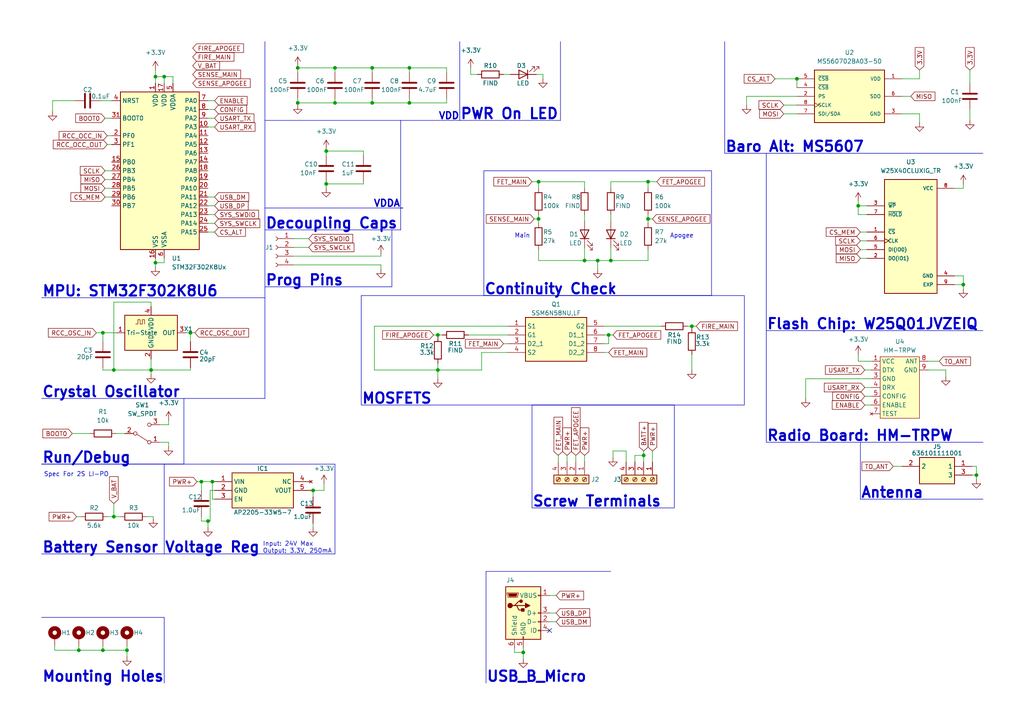
<source format=kicad_sch>
(kicad_sch (version 20230121) (generator eeschema)
  (paper "A4")
  (junction (at 90.805 142.24))
  (junction (at 58.42 139.7))
  (junction (at 22.86 188.595))
  (junction (at 186.69 132.08))
  (junction (at 33.02 107.315))
  (junction (at 43.815 107.315))
  (junction (at 156.21 52.705))
  (junction (at 29.845 188.595))
  (junction (at 279.4 82.55))
  (junction (at 61.595 139.7))
  (junction (at 118.745 19.685))
  (junction (at 169.545 75.565))
  (junction (at 94.615 43.815))
  (junction (at 173.355 75.565))
  (junction (at 55.245 96.52))
  (junction (at 86.36 29.845))
  (junction (at 248.92 59.69))
  (junction (at 45.085 76.2))
  (junction (at 187.96 52.705))
  (junction (at 107.95 29.845))
  (junction (at 151.765 189.23))
  (junction (at 187.96 63.5))
  (junction (at 33.02 149.86))
  (junction (at 177.165 75.565))
  (junction (at 60.325 151.13))
  (junction (at 118.745 29.845))
  (junction (at 283.21 137.795))
  (junction (at 45.085 22.225))
  (junction (at 97.155 29.845))
  (junction (at 94.615 53.34))
  (junction (at 36.83 188.595))
  (junction (at 127 107.315))
  (junction (at 200.66 94.615))
  (junction (at 47.625 22.225))
  (junction (at 29.845 96.52))
  (junction (at 97.155 19.685))
  (junction (at 86.36 19.685))
  (junction (at 156.21 63.5))
  (junction (at 176.53 97.155))
  (junction (at 107.95 19.685))
  (junction (at 231.14 22.86))
  (junction (at 127 97.155))
  (no_connect (at 159.385 182.88))
  (wire (pts (xy 216.535 27.94) (xy 216.535 30.48)))
  (polyline (pts (xy 12.065 134.62) (xy 49.53 134.62)))
  (wire (pts (xy 107.95 19.685) (xy 107.95 20.955)))
  (wire (pts (xy 60.325 59.69) (xy 62.23 59.69)))
  (wire (pts (xy 161.925 132.08) (xy 161.925 133.985)))
  (wire (pts (xy 107.95 29.845) (xy 97.155 29.845)))
  (wire (pts (xy 46.355 128.27) (xy 48.895 128.27)))
  (wire (pts (xy 29.845 106.68) (xy 29.845 107.315)))
  (wire (pts (xy 281.94 137.795) (xy 283.21 137.795)))
  (wire (pts (xy 231.14 22.86) (xy 231.14 25.4)))
  (wire (pts (xy 62.23 36.83) (xy 60.325 36.83)))
  (wire (pts (xy 110.49 74.295) (xy 110.49 73.66)))
  (wire (pts (xy 60.325 57.15) (xy 62.23 57.15)))
  (wire (pts (xy 187.96 62.23) (xy 187.96 63.5)))
  (wire (pts (xy 33.02 149.86) (xy 34.925 149.86)))
  (wire (pts (xy 36.83 188.595) (xy 36.83 190.5)))
  (wire (pts (xy 177.165 75.565) (xy 173.355 75.565)))
  (wire (pts (xy 169.545 71.755) (xy 169.545 75.565)))
  (wire (pts (xy 33.02 146.05) (xy 33.02 149.86)))
  (wire (pts (xy 29.845 96.52) (xy 27.94 96.52)))
  (wire (pts (xy 48.895 123.19) (xy 46.355 123.19)))
  (wire (pts (xy 151.765 187.96) (xy 151.765 189.23)))
  (wire (pts (xy 48.895 121.92) (xy 48.895 123.19)))
  (wire (pts (xy 90.17 142.24) (xy 90.805 142.24)))
  (wire (pts (xy 85.09 74.295) (xy 110.49 74.295)))
  (polyline (pts (xy 162.56 12.065) (xy 162.56 34.925)))
  (wire (pts (xy 176.53 99.695) (xy 175.26 99.695)))
  (wire (pts (xy 181.61 130.81) (xy 181.61 133.985)))
  (wire (pts (xy 157.48 21.59) (xy 157.48 22.86)))
  (wire (pts (xy 276.86 82.55) (xy 279.4 82.55)))
  (wire (pts (xy 252.73 109.855) (xy 233.68 109.855)))
  (wire (pts (xy 62.23 139.7) (xy 61.595 139.7)))
  (wire (pts (xy 279.4 82.55) (xy 279.4 83.82)))
  (wire (pts (xy 62.23 34.29) (xy 60.325 34.29)))
  (polyline (pts (xy 47.625 134.62) (xy 47.625 160.655)))
  (wire (pts (xy 154.305 52.705) (xy 156.21 52.705)))
  (wire (pts (xy 129.54 20.955) (xy 129.54 19.685)))
  (wire (pts (xy 61.595 144.78) (xy 61.595 139.7)))
  (polyline (pts (xy 76.835 34.925) (xy 133.35 34.925)))
  (wire (pts (xy 281.305 31.75) (xy 281.305 34.925)))
  (wire (pts (xy 33.655 125.73) (xy 36.195 125.73)))
  (wire (pts (xy 249.555 67.31) (xy 251.46 67.31)))
  (wire (pts (xy 147.955 21.59) (xy 146.05 21.59)))
  (wire (pts (xy 248.92 59.69) (xy 248.92 62.23)))
  (wire (pts (xy 89.535 69.215) (xy 85.09 69.215)))
  (wire (pts (xy 30.48 49.53) (xy 32.385 49.53)))
  (wire (pts (xy 62.23 31.75) (xy 60.325 31.75)))
  (polyline (pts (xy 97.155 134.62) (xy 49.53 134.62)))
  (wire (pts (xy 177.8 97.155) (xy 176.53 97.155)))
  (wire (pts (xy 29.845 107.315) (xy 33.02 107.315)))
  (polyline (pts (xy 116.205 34.925) (xy 116.205 66.675)))
  (wire (pts (xy 58.42 139.7) (xy 61.595 139.7)))
  (polyline (pts (xy 249.555 128.27) (xy 249.555 144.78)))
  (wire (pts (xy 45.085 20.32) (xy 45.085 22.225)))
  (wire (pts (xy 279.4 80.01) (xy 279.4 82.55)))
  (polyline (pts (xy 133.35 34.925) (xy 162.56 34.925)))
  (polyline (pts (xy 140.97 165.735) (xy 140.97 198.12)))
  (wire (pts (xy 259.08 135.255) (xy 261.62 135.255)))
  (wire (pts (xy 147.32 102.235) (xy 139.7 102.235)))
  (wire (pts (xy 127 107.315) (xy 127 105.41)))
  (wire (pts (xy 149.225 187.96) (xy 149.225 189.23)))
  (wire (pts (xy 186.69 132.08) (xy 186.69 133.985)))
  (wire (pts (xy 94.615 52.705) (xy 94.615 53.34)))
  (wire (pts (xy 200.66 95.25) (xy 200.66 94.615)))
  (polyline (pts (xy 222.25 95.885) (xy 222.25 128.27)))
  (wire (pts (xy 251.46 62.23) (xy 248.92 62.23)))
  (wire (pts (xy 107.95 19.685) (xy 118.745 19.685)))
  (wire (pts (xy 227.33 33.02) (xy 231.14 33.02)))
  (wire (pts (xy 15.875 188.595) (xy 22.86 188.595)))
  (wire (pts (xy 58.42 139.7) (xy 58.42 142.24)))
  (wire (pts (xy 94.615 53.34) (xy 94.615 54.61)))
  (wire (pts (xy 94.615 43.815) (xy 94.615 45.085)))
  (wire (pts (xy 60.96 142.24) (xy 60.96 151.13)))
  (wire (pts (xy 177.165 54.61) (xy 177.165 52.705)))
  (wire (pts (xy 97.155 28.575) (xy 97.155 29.845)))
  (wire (pts (xy 86.36 28.575) (xy 86.36 29.845)))
  (wire (pts (xy 264.16 27.94) (xy 261.62 27.94)))
  (wire (pts (xy 42.545 149.86) (xy 44.45 149.86)))
  (wire (pts (xy 62.23 64.77) (xy 60.325 64.77)))
  (wire (pts (xy 139.7 107.315) (xy 127 107.315)))
  (wire (pts (xy 22.225 149.86) (xy 23.495 149.86)))
  (wire (pts (xy 55.245 96.52) (xy 56.515 96.52)))
  (wire (pts (xy 129.54 28.575) (xy 129.54 29.845)))
  (polyline (pts (xy 210.185 44.45) (xy 285.115 44.45)))
  (wire (pts (xy 187.96 72.39) (xy 187.96 75.565)))
  (wire (pts (xy 186.69 130.81) (xy 186.69 132.08)))
  (wire (pts (xy 108.585 107.315) (xy 127 107.315)))
  (wire (pts (xy 108.585 94.615) (xy 108.585 107.315)))
  (wire (pts (xy 110.49 76.835) (xy 85.09 76.835)))
  (wire (pts (xy 55.245 96.52) (xy 53.975 96.52)))
  (polyline (pts (xy 12.065 160.655) (xy 47.625 160.655)))
  (wire (pts (xy 177.165 52.705) (xy 187.96 52.705)))
  (wire (pts (xy 29.845 96.52) (xy 33.655 96.52)))
  (wire (pts (xy 187.96 52.705) (xy 190.5 52.705)))
  (polyline (pts (xy 76.835 60.325) (xy 116.84 60.325)))
  (wire (pts (xy 30.48 54.61) (xy 32.385 54.61)))
  (polyline (pts (xy 53.34 134.62) (xy 53.34 115.57)))
  (wire (pts (xy 233.68 109.855) (xy 233.68 115.57)))
  (wire (pts (xy 146.05 99.695) (xy 147.32 99.695)))
  (wire (pts (xy 105.41 52.705) (xy 105.41 53.34)))
  (polyline (pts (xy 47.625 160.655) (xy 97.155 160.655)))
  (wire (pts (xy 29.21 29.21) (xy 32.385 29.21)))
  (wire (pts (xy 266.7 20.32) (xy 266.7 22.86)))
  (wire (pts (xy 125.73 97.155) (xy 127 97.155)))
  (wire (pts (xy 250.825 107.315) (xy 252.73 107.315)))
  (wire (pts (xy 15.875 187.325) (xy 15.875 188.595)))
  (wire (pts (xy 156.21 75.565) (xy 169.545 75.565)))
  (wire (pts (xy 184.15 133.985) (xy 184.15 132.08)))
  (wire (pts (xy 20.955 125.73) (xy 26.035 125.73)))
  (wire (pts (xy 31.115 41.91) (xy 32.385 41.91)))
  (polyline (pts (xy 177.165 165.735) (xy 140.97 165.735)))
  (wire (pts (xy 48.895 128.27) (xy 48.895 129.54)))
  (wire (pts (xy 191.77 94.615) (xy 175.26 94.615)))
  (wire (pts (xy 155.575 21.59) (xy 157.48 21.59)))
  (wire (pts (xy 62.23 29.21) (xy 60.325 29.21)))
  (wire (pts (xy 90.805 142.24) (xy 90.805 144.145)))
  (wire (pts (xy 189.23 63.5) (xy 187.96 63.5)))
  (wire (pts (xy 118.745 28.575) (xy 118.745 29.845)))
  (wire (pts (xy 21.59 29.21) (xy 15.24 29.21)))
  (polyline (pts (xy 12.065 86.36) (xy 76.835 86.36)))
  (wire (pts (xy 281.305 20.32) (xy 281.305 24.13)))
  (wire (pts (xy 269.24 107.315) (xy 274.32 107.315)))
  (wire (pts (xy 47.625 74.93) (xy 47.625 76.2)))
  (wire (pts (xy 89.535 71.755) (xy 85.09 71.755)))
  (polyline (pts (xy 133.35 12.065) (xy 133.35 34.925)))
  (wire (pts (xy 107.95 28.575) (xy 107.95 29.845)))
  (wire (pts (xy 62.23 144.78) (xy 61.595 144.78)))
  (wire (pts (xy 147.32 94.615) (xy 108.585 94.615)))
  (wire (pts (xy 248.92 104.775) (xy 248.92 102.87)))
  (wire (pts (xy 30.48 52.07) (xy 32.385 52.07)))
  (wire (pts (xy 274.32 107.315) (xy 274.32 109.22)))
  (wire (pts (xy 139.7 102.235) (xy 139.7 107.315)))
  (polyline (pts (xy 12.065 115.57) (xy 76.835 115.57)))
  (wire (pts (xy 200.66 94.615) (xy 199.39 94.615)))
  (wire (pts (xy 187.96 54.61) (xy 187.96 52.705)))
  (wire (pts (xy 93.98 140.335) (xy 93.98 142.24)))
  (wire (pts (xy 97.155 29.845) (xy 86.36 29.845)))
  (wire (pts (xy 156.21 72.39) (xy 156.21 75.565)))
  (wire (pts (xy 86.36 19.685) (xy 97.155 19.685)))
  (wire (pts (xy 250.825 112.395) (xy 252.73 112.395)))
  (wire (pts (xy 129.54 29.845) (xy 118.745 29.845)))
  (polyline (pts (xy 12.065 179.07) (xy 47.625 179.07)))
  (wire (pts (xy 266.7 33.02) (xy 266.7 35.56)))
  (wire (pts (xy 31.115 149.86) (xy 33.02 149.86)))
  (wire (pts (xy 97.155 19.685) (xy 107.95 19.685)))
  (wire (pts (xy 161.29 180.34) (xy 159.385 180.34)))
  (wire (pts (xy 47.625 22.225) (xy 47.625 24.13)))
  (wire (pts (xy 177.165 71.755) (xy 177.165 75.565)))
  (wire (pts (xy 279.4 54.61) (xy 279.4 53.34)))
  (polyline (pts (xy 222.25 95.885) (xy 222.25 44.45)))
  (wire (pts (xy 227.33 30.48) (xy 231.14 30.48)))
  (wire (pts (xy 43.815 104.14) (xy 43.815 107.315)))
  (wire (pts (xy 22.86 188.595) (xy 29.845 188.595)))
  (wire (pts (xy 156.21 62.23) (xy 156.21 63.5)))
  (wire (pts (xy 249.555 74.93) (xy 251.46 74.93)))
  (wire (pts (xy 177.8 130.81) (xy 177.8 132.715)))
  (wire (pts (xy 118.745 19.685) (xy 118.745 20.955)))
  (wire (pts (xy 176.53 99.695) (xy 176.53 97.155)))
  (wire (pts (xy 47.625 76.2) (xy 45.085 76.2)))
  (wire (pts (xy 62.23 67.31) (xy 60.325 67.31)))
  (wire (pts (xy 187.96 75.565) (xy 177.165 75.565)))
  (wire (pts (xy 177.165 64.135) (xy 177.165 62.23)))
  (polyline (pts (xy 47.625 198.12) (xy 47.625 179.07)))
  (wire (pts (xy 283.21 135.255) (xy 283.21 137.795)))
  (wire (pts (xy 97.155 19.685) (xy 97.155 20.955)))
  (wire (pts (xy 231.14 22.86) (xy 224.79 22.86)))
  (wire (pts (xy 181.61 130.81) (xy 177.8 130.81)))
  (wire (pts (xy 94.615 43.18) (xy 94.615 43.815)))
  (wire (pts (xy 60.325 151.13) (xy 60.325 153.035)))
  (polyline (pts (xy 116.84 60.325) (xy 116.205 60.325)))
  (wire (pts (xy 60.96 151.13) (xy 60.325 151.13)))
  (wire (pts (xy 154.94 63.5) (xy 156.21 63.5)))
  (polyline (pts (xy 113.665 83.185) (xy 113.665 66.675)))
  (wire (pts (xy 169.545 54.61) (xy 169.545 52.705)))
  (wire (pts (xy 30.48 34.29) (xy 32.385 34.29)))
  (wire (pts (xy 90.805 142.24) (xy 93.98 142.24)))
  (polyline (pts (xy 97.155 160.655) (xy 97.155 134.62)))
  (wire (pts (xy 169.545 52.705) (xy 156.21 52.705)))
  (wire (pts (xy 161.29 177.8) (xy 159.385 177.8)))
  (wire (pts (xy 43.815 107.315) (xy 55.245 107.315)))
  (wire (pts (xy 15.24 29.21) (xy 15.24 32.385)))
  (wire (pts (xy 45.085 76.2) (xy 45.085 77.47)))
  (wire (pts (xy 200.66 107.315) (xy 200.66 102.87)))
  (wire (pts (xy 33.02 107.315) (xy 43.815 107.315)))
  (wire (pts (xy 135.89 97.155) (xy 147.32 97.155)))
  (wire (pts (xy 250.825 117.475) (xy 252.73 117.475)))
  (wire (pts (xy 281.94 135.255) (xy 283.21 135.255)))
  (polyline (pts (xy 222.25 128.27) (xy 285.115 128.27)))
  (wire (pts (xy 33.02 87.63) (xy 33.02 107.315)))
  (wire (pts (xy 249.555 72.39) (xy 251.46 72.39)))
  (wire (pts (xy 248.92 59.69) (xy 251.46 59.69)))
  (wire (pts (xy 118.745 19.685) (xy 129.54 19.685)))
  (wire (pts (xy 283.21 137.795) (xy 283.21 139.065)))
  (wire (pts (xy 62.23 62.23) (xy 60.325 62.23)))
  (polyline (pts (xy 76.835 83.185) (xy 113.665 83.185)))
  (wire (pts (xy 55.245 99.06) (xy 55.245 96.52)))
  (wire (pts (xy 167.005 132.08) (xy 167.005 133.985)))
  (wire (pts (xy 176.53 97.155) (xy 175.26 97.155)))
  (wire (pts (xy 169.545 132.08) (xy 169.545 133.985)))
  (wire (pts (xy 252.73 104.775) (xy 248.92 104.775)))
  (wire (pts (xy 261.62 33.02) (xy 266.7 33.02)))
  (wire (pts (xy 57.15 139.7) (xy 58.42 139.7)))
  (polyline (pts (xy 12.065 134.62) (xy 53.34 134.62)))
  (wire (pts (xy 159.385 172.72) (xy 161.29 172.72)))
  (wire (pts (xy 156.21 63.5) (xy 156.21 64.77)))
  (wire (pts (xy 127 109.855) (xy 127 107.315)))
  (wire (pts (xy 29.845 187.325) (xy 29.845 188.595)))
  (wire (pts (xy 90.805 151.765) (xy 90.805 153.035)))
  (polyline (pts (xy 76.835 115.57) (xy 76.835 86.36)))
  (wire (pts (xy 30.48 57.15) (xy 32.385 57.15)))
  (wire (pts (xy 58.42 149.86) (xy 58.42 151.13)))
  (wire (pts (xy 186.69 132.08) (xy 184.15 132.08)))
  (wire (pts (xy 105.41 45.085) (xy 105.41 43.815)))
  (wire (pts (xy 250.825 114.935) (xy 252.73 114.935)))
  (wire (pts (xy 151.765 189.23) (xy 151.765 191.135)))
  (wire (pts (xy 261.62 22.86) (xy 266.7 22.86)))
  (wire (pts (xy 169.545 75.565) (xy 173.355 75.565)))
  (wire (pts (xy 45.085 74.93) (xy 45.085 76.2)))
  (wire (pts (xy 45.085 22.225) (xy 45.085 24.13)))
  (wire (pts (xy 43.815 88.9) (xy 43.815 87.63)))
  (polyline (pts (xy 210.185 12.065) (xy 210.185 44.45)))
  (wire (pts (xy 94.615 53.34) (xy 105.41 53.34)))
  (wire (pts (xy 55.245 106.68) (xy 55.245 107.315)))
  (wire (pts (xy 169.545 64.135) (xy 169.545 62.23)))
  (wire (pts (xy 29.845 188.595) (xy 36.83 188.595)))
  (wire (pts (xy 149.225 189.23) (xy 151.765 189.23)))
  (wire (pts (xy 50.165 24.13) (xy 50.165 22.225)))
  (wire (pts (xy 269.24 104.775) (xy 272.415 104.775)))
  (polyline (pts (xy 76.835 66.675) (xy 116.205 66.675)))
  (wire (pts (xy 43.815 87.63) (xy 33.02 87.63)))
  (wire (pts (xy 31.115 39.37) (xy 32.385 39.37)))
  (wire (pts (xy 118.745 29.845) (xy 107.95 29.845)))
  (wire (pts (xy 248.92 58.42) (xy 248.92 59.69)))
  (wire (pts (xy 22.86 187.325) (xy 22.86 188.595)))
  (wire (pts (xy 187.96 63.5) (xy 187.96 64.77)))
  (polyline (pts (xy 285.115 144.78) (xy 249.555 144.78)))
  (wire (pts (xy 156.21 52.705) (xy 156.21 54.61)))
  (wire (pts (xy 136.525 21.59) (xy 138.43 21.59)))
  (wire (pts (xy 43.815 107.315) (xy 43.815 108.585)))
  (wire (pts (xy 110.49 78.105) (xy 110.49 76.835)))
  (wire (pts (xy 86.36 29.845) (xy 86.36 30.48)))
  (wire (pts (xy 189.23 130.81) (xy 189.23 133.985)))
  (wire (pts (xy 29.845 99.06) (xy 29.845 96.52)))
  (wire (pts (xy 164.465 132.08) (xy 164.465 133.985)))
  (wire (pts (xy 86.36 19.05) (xy 86.36 19.685)))
  (wire (pts (xy 201.93 94.615) (xy 200.66 94.615)))
  (wire (pts (xy 249.555 69.85) (xy 251.46 69.85)))
  (wire (pts (xy 58.42 151.13) (xy 60.325 151.13)))
  (wire (pts (xy 136.525 19.685) (xy 136.525 21.59)))
  (wire (pts (xy 216.535 27.94) (xy 231.14 27.94)))
  (wire (pts (xy 86.36 19.685) (xy 86.36 20.955)))
  (wire (pts (xy 173.355 75.565) (xy 173.355 78.105)))
  (wire (pts (xy 62.23 142.24) (xy 60.96 142.24)))
  (wire (pts (xy 44.45 149.86) (xy 44.45 150.495)))
  (polyline (pts (xy 285.115 95.885) (xy 222.25 95.885)))
  (wire (pts (xy 47.625 22.225) (xy 45.085 22.225)))
  (wire (pts (xy 276.86 80.01) (xy 279.4 80.01)))
  (wire (pts (xy 50.165 22.225) (xy 47.625 22.225)))
  (wire (pts (xy 127 97.155) (xy 128.27 97.155)))
  (polyline (pts (xy 76.835 12.065) (xy 76.835 86.36)))
  (wire (pts (xy 105.41 43.815) (xy 94.615 43.815)))
  (wire (pts (xy 127 97.79) (xy 127 97.155)))
  (wire (pts (xy 276.86 54.61) (xy 279.4 54.61)))
  (wire (pts (xy 36.83 187.325) (xy 36.83 188.595)))
  (wire (pts (xy 176.53 102.235) (xy 175.26 102.235)))
  (rectangle (start 154.305 117.475) (end 195.58 147.32))
  (rectangle (start 140.335 49.53) (end 206.375 85.725))
  (rectangle (start 104.775 85.725) (end 215.9 117.475))
  (text "Spec For 2S LI-PO" (at 12.7 138.43 0) (effects (font (size 1.27 1.27)) (justify left bottom)))
  (text "Baro Alt: MS5607" (at 210.185 44.45 0) (effects (font (size 3 3) (thickness 0.6) bold) (justify left bottom)))
  (text "USB_B_Micro" (at 140.97 198.12 0) (effects (font (size 3 3) (thickness 0.6) bold) (justify left bottom)))
  (text "Continuity Check " (at 140.335 85.725 0) (effects (font (size 3 3) (thickness 0.6) bold) (justify left bottom)))
  (text "Battery Sensor" (at 12.065 160.655 0) (effects (font (size 3 3) (thickness 0.6) bold) (justify left bottom)))
  (text "Antenna" (at 249.555 144.78 0) (effects (font (size 3 3) (thickness 0.6) bold) (justify left bottom)))
  (text "Run/Debug" (at 12.065 134.62 0) (effects (font (size 3 3) (thickness 0.6) bold) (justify left bottom)))
  (text "Main" (at 149.225 69.215 0) (effects (font (size 1.27 1.27)) (justify left bottom)))
  (text "Crystal Oscillator" (at 12.065 115.57 0) (effects (font (size 3 3) (thickness 0.6) bold) (justify left bottom)))
  (text "VDD" (at 133.35 34.925 0) (effects (font (size 2 2) (thickness 0.4) bold) (justify right bottom)))
  (text "Radio Board: HM-TRPW" (at 222.25 128.27 0) (effects (font (size 3 3) (thickness 0.6) bold) (justify left bottom)))
  (text "VDDA" (at 116.205 60.325 0) (effects (font (size 2 2) (thickness 0.4) bold) (justify right bottom)))
  (text "Decoupling Caps \n" (at 76.835 66.675 0) (effects (font (size 3 3) (thickness 0.6) bold) (justify left bottom)))
  (text "Input: 24V Max\nOutput: 3.3V, 250mA" (at 76.2 160.655 0) (effects (font (size 1.27 1.27)) (justify left bottom)))
  (text "MPU: STM32F302K8U6" (at 12.065 86.36 0) (effects (font (size 3 3) (thickness 0.6) bold) (justify left bottom)))
  (text "Apogee" (at 194.31 69.215 0) (effects (font (size 1.27 1.27)) (justify left bottom)))
  (text "Prog Pins" (at 76.835 83.185 0) (effects (font (size 3 3) (thickness 0.6) bold) (justify left bottom)))
  (text "MOSFETS" (at 104.775 117.475 0) (effects (font (size 3 3) (thickness 0.6) bold) (justify left bottom)))
  (text "Mounting Holes" (at 12.065 198.12 0) (effects (font (size 3 3) (thickness 0.6) bold) (justify left bottom)))
  (text "Voltage Reg" (at 47.625 160.655 0) (effects (font (size 3 3) (thickness 0.6) bold) (justify left bottom)))
  (text "PWR On LED" (at 133.35 34.925 0) (effects (font (size 3 3) (thickness 0.6) bold) (justify left bottom)))
  (text "Flash Chip: W25Q01JVZEIQ" (at 222.25 95.885 0) (effects (font (size 3 3) (thickness 0.6) bold) (justify left bottom)))
  (text "Screw Terminals" (at 154.305 147.32 0) (effects (font (size 3 3) (thickness 0.6) bold) (justify left bottom)))
  (global_label "SYS_SWDIO" (shape input) (at 62.23 62.23 0) (property "Intersheetrefs" "${INTERSHEET_REFS}" (effects hide)))
  (global_label "FIRE_MAIN" (shape input) (at 201.93 94.615 0) (property "Intersheetrefs" "${INTERSHEET_REFS}" (effects hide)))
  (global_label "TO_ANT" (shape input) (at 272.415 104.775 0) (property "Intersheetrefs" "${INTERSHEET_REFS}" (effects hide)))
  (global_label "USART_TX" (shape input) (at 250.825 107.315 180) (property "Intersheetrefs" "${INTERSHEET_REFS}" (effects hide)))
  (global_label "MOSI" (shape input) (at 30.48 54.61 180) (property "Intersheetrefs" "${INTERSHEET_REFS}" (effects hide)))
  (global_label "MISO" (shape input) (at 249.555 74.93 180) (property "Intersheetrefs" "${INTERSHEET_REFS}" (effects hide)))
  (global_label "BOOT0" (shape input) (at 20.955 125.73 180) (property "Intersheetrefs" "${INTERSHEET_REFS}" (effects hide)))
  (global_label "PWR+" (shape input) (at 164.465 132.08 90) (property "Intersheetrefs" "${INTERSHEET_REFS}" (effects hide)))
  (global_label "RCC_OCC_IN" (shape input) (at 31.115 39.37 180) (property "Intersheetrefs" "${INTERSHEET_REFS}" (effects hide)))
  (global_label "USB_DP" (shape input) (at 62.23 59.69 0) (property "Intersheetrefs" "${INTERSHEET_REFS}" (effects hide)))
  (global_label "FET_MAIN" (shape input) (at 146.05 99.695 180) (property "Intersheetrefs" "${INTERSHEET_REFS}" (effects hide)))
  (global_label "SENSE_MAIN" (shape input) (at 55.88 21.59 0) (property "Intersheetrefs" "${INTERSHEET_REFS}" (effects hide)))
  (global_label "BOOT0" (shape input) (at 30.48 34.29 180) (property "Intersheetrefs" "${INTERSHEET_REFS}" (effects hide)))
  (global_label "CS_ALT" (shape input) (at 62.23 67.31 0) (property "Intersheetrefs" "${INTERSHEET_REFS}" (effects hide)))
  (global_label "V_BAT" (shape input) (at 33.02 146.05 90) (property "Intersheetrefs" "${INTERSHEET_REFS}" (effects hide)))
  (global_label "ENABLE" (shape input) (at 250.825 117.475 180) (property "Intersheetrefs" "${INTERSHEET_REFS}" (effects hide)))
  (global_label "USART_TX" (shape input) (at 62.23 34.29 0) (property "Intersheetrefs" "${INTERSHEET_REFS}" (effects hide)))
  (global_label "USART_RX" (shape input) (at 250.825 112.395 180) (property "Intersheetrefs" "${INTERSHEET_REFS}" (effects hide)))
  (global_label "PWR+" (shape input) (at 22.225 149.86 180) (property "Intersheetrefs" "${INTERSHEET_REFS}" (effects hide)))
  (global_label "FIRE_MAIN" (shape input) (at 55.88 16.51 0) (property "Intersheetrefs" "${INTERSHEET_REFS}" (effects hide)))
  (global_label "CONFIG" (shape input) (at 62.23 31.75 0) (property "Intersheetrefs" "${INTERSHEET_REFS}" (effects hide)))
  (global_label "ENABLE" (shape input) (at 62.23 29.21 0) (property "Intersheetrefs" "${INTERSHEET_REFS}" (effects hide)))
  (global_label "MISO" (shape input) (at 30.48 52.07 180) (property "Intersheetrefs" "${INTERSHEET_REFS}" (effects hide)))
  (global_label "SENSE_APOGEE" (shape input) (at 189.23 63.5 0) (property "Intersheetrefs" "${INTERSHEET_REFS}" (effects hide)))
  (global_label "MOSI" (shape input) (at 249.555 72.39 180) (property "Intersheetrefs" "${INTERSHEET_REFS}" (effects hide)))
  (global_label "CS_MEM" (shape input) (at 249.555 67.31 180) (property "Intersheetrefs" "${INTERSHEET_REFS}" (effects hide)))
  (global_label "FET_MAIN" (shape input) (at 161.925 132.08 90) (property "Intersheetrefs" "${INTERSHEET_REFS}" (effects hide)))
  (global_label "SCLK" (shape input) (at 249.555 69.85 180) (property "Intersheetrefs" "${INTERSHEET_REFS}" (effects hide)))
  (global_label "3.3V" (shape input) (at 266.7 20.32 90) (property "Intersheetrefs" "${INTERSHEET_REFS}" (effects hide)))
  (global_label "PWR+" (shape input) (at 169.545 132.08 90) (property "Intersheetrefs" "${INTERSHEET_REFS}" (effects hide)))
  (global_label "3.3V" (shape input) (at 281.305 20.32 90) (property "Intersheetrefs" "${INTERSHEET_REFS}" (effects hide)))
  (global_label "USB_DM" (shape input) (at 161.29 180.34 0) (property "Intersheetrefs" "${INTERSHEET_REFS}" (effects hide)))
  (global_label "V_BAT" (shape input) (at 55.88 19.05 0) (property "Intersheetrefs" "${INTERSHEET_REFS}" (effects hide)))
  (global_label "PWR+" (shape input) (at 161.29 172.72 0) (property "Intersheetrefs" "${INTERSHEET_REFS}" (effects hide)))
  (global_label "USART_RX" (shape input) (at 62.23 36.83 0) (property "Intersheetrefs" "${INTERSHEET_REFS}" (effects hide)))
  (global_label "BATT+" (shape input) (at 186.69 130.81 90) (property "Intersheetrefs" "${INTERSHEET_REFS}" (effects hide)))
  (global_label "PWR+" (shape input) (at 189.23 130.81 90) (property "Intersheetrefs" "${INTERSHEET_REFS}" (effects hide)))
  (global_label "SYS_SWCLK" (shape input) (at 89.535 71.755 0) (property "Intersheetrefs" "${INTERSHEET_REFS}" (effects hide)))
  (global_label "MOSI" (shape input) (at 227.33 33.02 180) (property "Intersheetrefs" "${INTERSHEET_REFS}" (effects hide)))
  (global_label "FIRE_APOGEE" (shape input) (at 125.73 97.155 180) (property "Intersheetrefs" "${INTERSHEET_REFS}" (effects hide)))
  (global_label "SENSE_MAIN" (shape input) (at 154.94 63.5 180) (property "Intersheetrefs" "${INTERSHEET_REFS}" (effects hide)))
  (global_label "FET_MAIN" (shape input) (at 154.305 52.705 180) (property "Intersheetrefs" "${INTERSHEET_REFS}" (effects hide)))
  (global_label "FIRE_APOGEE" (shape input) (at 55.88 13.97 0) (property "Intersheetrefs" "${INTERSHEET_REFS}" (effects hide)))
  (global_label "RCC_OSC_OUT" (shape input) (at 56.515 96.52 0) (property "Intersheetrefs" "${INTERSHEET_REFS}" (effects hide)))
  (global_label "MISO" (shape input) (at 264.16 27.94 0) (property "Intersheetrefs" "${INTERSHEET_REFS}" (effects hide)))
  (global_label "CS_ALT" (shape input) (at 224.79 22.86 180) (property "Intersheetrefs" "${INTERSHEET_REFS}" (effects hide)))
  (global_label "FET_MAIN" (shape input) (at 176.53 102.235 0) (property "Intersheetrefs" "${INTERSHEET_REFS}" (effects hide)))
  (global_label "FET_APOGEE" (shape input) (at 177.8 97.155 0) (property "Intersheetrefs" "${INTERSHEET_REFS}" (effects hide)))
  (global_label "RCC_OSC_IN" (shape input) (at 27.94 96.52 180) (property "Intersheetrefs" "${INTERSHEET_REFS}" (effects hide)))
  (global_label "SCLK" (shape input) (at 227.33 30.48 180) (property "Intersheetrefs" "${INTERSHEET_REFS}" (effects hide)))
  (global_label "FET_APOGEE" (shape input) (at 167.005 132.08 90) (property "Intersheetrefs" "${INTERSHEET_REFS}" (effects hide)))
  (global_label "FET_APOGEE" (shape input) (at 190.5 52.705 0) (property "Intersheetrefs" "${INTERSHEET_REFS}" (effects hide)))
  (global_label "SENSE_APOGEE" (shape input) (at 55.88 24.13 0) (property "Intersheetrefs" "${INTERSHEET_REFS}" (effects hide)))
  (global_label "USB_DP" (shape input) (at 161.29 177.8 0) (property "Intersheetrefs" "${INTERSHEET_REFS}" (effects hide)))
  (global_label "CONFIG" (shape input) (at 250.825 114.935 180) (property "Intersheetrefs" "${INTERSHEET_REFS}" (effects hide)))
  (global_label "PWR+" (shape input) (at 57.15 139.7 180) (property "Intersheetrefs" "${INTERSHEET_REFS}" (effects hide)))
  (global_label "USB_DM" (shape input) (at 62.23 57.15 0) (property "Intersheetrefs" "${INTERSHEET_REFS}" (effects hide)))
  (global_label "SYS_SWCLK" (shape input) (at 62.23 64.77 0) (property "Intersheetrefs" "${INTERSHEET_REFS}" (effects hide)))
  (global_label "SCLK" (shape input) (at 30.48 49.53 180) (property "Intersheetrefs" "${INTERSHEET_REFS}" (effects hide)))
  (global_label "RCC_OCC_OUT" (shape input) (at 31.115 41.91 180) (property "Intersheetrefs" "${INTERSHEET_REFS}" (effects hide)))
  (global_label "TO_ANT" (shape input) (at 259.08 135.255 180) (property "Intersheetrefs" "${INTERSHEET_REFS}" (effects hide)))
  (global_label "SYS_SWDIO" (shape input) (at 89.535 69.215 0) (property "Intersheetrefs" "${INTERSHEET_REFS}" (effects hide)))
  (global_label "CS_MEM" (shape input) (at 30.48 57.15 180) (property "Intersheetrefs" "${INTERSHEET_REFS}" (effects hide)))
  (symbol (lib_id "Device:C") (at 55.245 102.87 0) (unit 1)
    (property "Reference" "C4" (at 57.785 102.235 0) (effects (justify left)))
    (property "Value" "20pF" (at 57.785 104.14 0) (effects (justify left)))
    (property "Footprint" "Capacitor_SMD:C_0402_1005Metric" (effects hide))
  )
  (symbol (lib_id "SSM6N58NU,LF:SSM6N58NU,LF") (at 147.32 94.615 0) (unit 1)
    (property "Reference" "Q1" (at 161.29 88.265 0))
    (property "Value" "SSM6N58NU,LF" (at 161.29 90.805 0))
    (property "Footprint" "SSM6N58NULF" (effects hide))
    (property "Datasheet" "https://toshiba.semicon-storage.com/info/docget.jsp?did=13890&prodName=SSM6N58NU" (effects hide))
    (property "Height" "0.8" (effects hide))
    (property "Mouser Part Number" "757-SSM6N58NULF" (effects hide))
    (property "Mouser Price/Stock" "https://www.mouser.com/Search/Refine.aspx?Keyword=757-SSM6N58NULF" (effects hide))
    (property "Manufacturer_Name" "Toshiba" (effects hide))
    (property "Manufacturer_Part_Number" "SSM6N58NU,LF" (effects hide))
  )
  (symbol (lib_id "power:+3.3V") (at 93.98 140.335 0) (unit 1)
    (property "Reference" "#PWR023" (effects hide))
    (property "Value" "+3.3V" (at 93.98 135.89 0))
  )
  (symbol (lib_id "Device:C") (at 94.615 48.895 0) (unit 1)
    (property "Reference" "C10" (at 88.265 47.625 0) (effects (justify left)))
    (property "Value" "10nF" (at 86.995 50.165 0) (effects (justify left)))
    (property "Footprint" "Capacitor_SMD:C_0402_1005Metric" (effects hide))
  )
  (symbol (lib_id "power:GND") (at 216.535 30.48 0) (unit 1)
    (property "Reference" "#PWR01" (effects hide))
    (property "Value" "GND" (effects hide))
  )
  (symbol (lib_id "Connector:USB_B_Micro") (at 151.765 177.8 0) (unit 1)
    (property "Reference" "J4" (at 149.225 168.275 0) (effects (justify right)))
    (property "Value" "USB_B_Micro" (effects hide))
    (property "Footprint" "Connector_USB:USB_Micro-B_Amphenol_10104110_Horizontal" (effects hide))
  )
  (symbol (lib_id "power:GND") (at 266.7 35.56 0) (unit 1)
    (property "Reference" "#PWR02" (effects hide))
    (property "Value" "GND" (effects hide))
  )
  (symbol (lib_id "Device:C") (at 281.305 27.94 0) (unit 1)
    (property "Reference" "C1" (at 275.59 26.67 0) (effects (justify left)))
    (property "Value" "100nF" (at 273.05 29.21 0) (effects (justify left)))
    (property "Footprint" "Capacitor_SMD:C_0402_1005Metric" (effects hide))
  )
  (symbol (lib_id "power:GND") (at 15.24 32.385 0) (unit 1)
    (property "Reference" "#PWR06" (effects hide))
    (property "Value" "GND" (effects hide))
  )
  (symbol (lib_id "power:GND") (at 110.49 78.105 0) (unit 1)
    (property "Reference" "#PWR016" (effects hide))
    (property "Value" "GND" (effects hide))
  )
  (symbol (lib_id "Device:C") (at 107.95 24.765 0) (unit 1)
    (property "Reference" "C7" (at 102.235 23.495 0) (effects (justify left)))
    (property "Value" "100nF" (at 99.695 26.035 0) (effects (justify left)))
    (property "Footprint" "Capacitor_SMD:C_0402_1005Metric" (effects hide))
  )
  (symbol (lib_id "Device:C") (at 90.805 147.955 0) (unit 1)
    (property "Reference" "C13" (at 86.995 146.05 0) (effects (justify left)))
    (property "Value" "1.0uF" (at 85.09 149.86 0) (effects (justify left)))
  )
  (symbol (lib_id "Device:C") (at 129.54 24.765 0) (unit 1)
    (property "Reference" "C9" (at 123.825 23.495 0) (effects (justify left)))
    (property "Value" "4.7uF" (at 121.285 26.035 0) (effects (justify left)))
    (property "Footprint" "Capacitor_SMD:C_0402_1005Metric" (effects hide))
  )
  (symbol (lib_id "Device:C") (at 29.845 102.87 0) (unit 1)
    (property "Reference" "C3" (at 24.13 101.6 0) (effects (justify left)))
    (property "Value" "20pF" (at 22.225 103.505 0) (effects (justify left)))
    (property "Footprint" "Capacitor_SMD:C_0402_1005Metric" (effects hide))
  )
  (symbol (lib_id "power:+3.3V") (at 136.525 19.685 0) (unit 1)
    (property "Reference" "#PWR031" (effects hide))
    (property "Value" "+3.3V" (at 136.525 14.605 0))
  )
  (symbol (lib_id "Device:C") (at 58.42 146.05 0) (unit 1)
    (property "Reference" "C12" (at 54.61 144.145 0) (effects (justify left)))
    (property "Value" "1.0uF" (at 52.705 147.955 0) (effects (justify left)))
  )
  (symbol (lib_id "power:GND") (at 173.355 78.105 0) (unit 1)
    (property "Reference" "#PWR029" (effects hide))
    (property "Value" "GND" (effects hide))
  )
  (symbol (lib_id "power:GND") (at 44.45 150.495 0) (unit 1)
    (property "Reference" "#PWR021" (effects hide))
    (property "Value" "GND" (effects hide))
  )
  (symbol (lib_id "Device:R") (at 38.735 149.86 90) (unit 1)
    (property "Reference" "R3" (at 38.735 147.32 90))
    (property "Value" "10k" (at 38.735 152.4 90))
  )
  (symbol (lib_id "power:GND") (at 200.66 107.315 0) (mirror y) (unit 1)
    (property "Reference" "#PWR034" (effects hide))
    (property "Value" "GND" (effects hide))
  )
  (symbol (lib_id "power:+3.3V") (at 45.085 20.32 0) (unit 1)
    (property "Reference" "#PWR05" (effects hide))
    (property "Value" "+3.3V" (at 45.085 15.24 0))
  )
  (symbol (lib_id "power:GND") (at 151.765 191.135 0) (unit 1)
    (property "Reference" "#PWR026" (effects hide))
    (property "Value" "GND" (effects hide))
  )
  (symbol (lib_id "Mechanical:MountingHole_Pad") (at 15.875 184.785 0) (unit 1)
    (property "Reference" "H1" (at 17.78 183.515 0) (effects (justify left)))
    (property "Value" "MountingHole_Pad" (effects hide))
    (property "Footprint" "MountingHole:MountingHole_3.2mm_M3_Pad_TopBottom" (effects hide))
  )
  (symbol (lib_id "Oscillator:ECS-2520MV-xxx-xx") (at 43.815 96.52 0) (unit 1)
    (property "Reference" "X1" (at 54.61 95.4121 0))
    (property "Value" "ECS-2520MV-xxx-xx" (effects hide))
    (property "Footprint" "Oscillator:Oscillator_SMD_ECS_2520MV-xxx-xx-4Pin_2.5x2.0mm" (effects hide))
    (property "Datasheet" "https://www.ecsxtal.com/store/pdf/ECS-2520MV.pdf" (effects hide))
  )
  (symbol (lib_id "power:GND") (at 279.4 83.82 0) (unit 1)
    (property "Reference" "#PWR07" (effects hide))
    (property "Value" "GND" (effects hide))
  )
  (symbol (lib_id "power:+3.3V") (at 86.36 19.05 0) (unit 1)
    (property "Reference" "#PWR012" (effects hide))
    (property "Value" "+3.3V" (at 86.36 13.97 0))
  )
  (symbol (lib_id "power:+3.3V") (at 94.615 43.18 0) (unit 1)
    (property "Reference" "#PWR014" (effects hide))
    (property "Value" "+3.3V" (at 94.615 38.1 0))
  )
  (symbol (lib_id "Connector:Screw_Terminal_01x04") (at 167.005 139.065 270) (unit 1)
    (property "Reference" "J2" (at 171.45 139.065 90) (effects (justify left)))
    (property "Value" "PYRO CHANNELS" (effects hide))
  )
  (symbol (lib_id "power:+3.3V") (at 48.895 121.92 0) (unit 1)
    (property "Reference" "#PWR010" (effects hide))
    (property "Value" "+3.3V" (at 48.895 116.84 0))
  )
  (symbol (lib_id "power:GND") (at 274.32 109.22 0) (unit 1)
    (property "Reference" "#PWR025" (effects hide))
    (property "Value" "GND" (effects hide))
  )
  (symbol (lib_id "Device:R") (at 195.58 94.615 270) (mirror x) (unit 1)
    (property "Reference" "R14" (at 195.58 97.155 90))
    (property "Value" "FIND" (at 195.58 99.06 90))
  )
  (symbol (lib_id "Device:R") (at 169.545 58.42 0) (unit 1)
    (property "Reference" "R8" (at 165.735 57.15 0) (effects (justify left)))
    (property "Value" "FIND" (at 163.83 59.69 0) (effects (justify left)))
  )
  (symbol (lib_id "power:+3.3V") (at 279.4 53.34 0) (unit 1)
    (property "Reference" "#PWR08" (effects hide))
    (property "Value" "+3.3V" (at 279.4 48.26 0))
  )
  (symbol (lib_id "power:GND") (at 48.895 129.54 0) (unit 1)
    (property "Reference" "#PWR011" (effects hide))
    (property "Value" "GND" (effects hide))
  )
  (symbol (lib_id "Connector:Conn_01x04_Socket") (at 80.01 71.755 0) (mirror y) (unit 1)
    (property "Reference" "J1" (at 78.105 71.755 0))
    (property "Value" "PROG PINS" (effects hide))
    (property "Footprint" "Connector_PinHeader_2.54mm:PinHeader_1x04_P2.54mm_Vertical" (effects hide))
  )
  (symbol (lib_id "Device:R") (at 29.845 125.73 90) (unit 1)
    (property "Reference" "R1" (at 29.845 119.38 90))
    (property "Value" "10k" (at 29.845 121.92 90))
    (property "Footprint" "Resistor_SMD:R_0402_1005Metric" (effects hide))
  )
  (symbol (lib_id "Device:R") (at 142.24 21.59 90) (unit 1)
    (property "Reference" "R10" (at 142.24 19.05 90))
    (property "Value" "FIND" (at 142.24 24.13 90))
  )
  (symbol (lib_id "power:+3.3V") (at 248.92 102.87 0) (unit 1)
    (property "Reference" "#PWR028" (effects hide))
    (property "Value" "+3.3V" (at 248.92 98.425 0))
  )
  (symbol (lib_id "Mechanical:MountingHole_Pad") (at 36.83 184.785 0) (unit 1)
    (property "Reference" "H4" (at 38.735 183.515 0) (effects (justify left)))
    (property "Value" "MountingHole_Pad" (effects hide))
    (property "Footprint" "MountingHole:MountingHole_3.2mm_M3_Pad_TopBottom" (effects hide))
  )
  (symbol (lib_id "Device:LED") (at 177.165 67.945 90) (unit 1)
    (property "Reference" "D2" (at 179.705 67.945 90) (effects (justify right)))
    (property "Value" "LED" (at 179.705 70.485 90) (effects (justify right)))
  )
  (symbol (lib_id "power:GND") (at 281.305 34.925 0) (unit 1)
    (property "Reference" "#PWR03" (effects hide))
    (property "Value" "GND" (effects hide))
  )
  (symbol (lib_id "Device:R") (at 27.305 149.86 90) (unit 1)
    (property "Reference" "R2" (at 27.305 147.32 90))
    (property "Value" "5.6k" (at 27.305 152.4 90))
  )
  (symbol (lib_id "Device:R") (at 200.66 99.06 0) (mirror y) (unit 1)
    (property "Reference" "R13" (at 203.835 97.79 0))
    (property "Value" "3.3k" (at 203.835 99.695 0))
  )
  (symbol (lib_id "Mechanical:MountingHole_Pad") (at 22.86 184.785 0) (unit 1)
    (property "Reference" "H2" (at 24.765 183.515 0) (effects (justify left)))
    (property "Value" "MountingHole_Pad" (effects hide))
    (property "Footprint" "MountingHole:MountingHole_3.2mm_M3_Pad_TopBottom" (effects hide))
  )
  (symbol (lib_id "power:GND") (at 86.36 30.48 0) (unit 1)
    (property "Reference" "#PWR013" (effects hide))
    (property "Value" "GND" (effects hide))
  )
  (symbol (lib_id "636101111001:636101111001") (at 261.62 135.255 0) (unit 1)
    (property "Reference" "J5" (at 271.78 129.54 0))
    (property "Value" "636101111001" (at 271.78 131.445 0))
    (property "Footprint" "636101111001" (effects hide))
    (property "Datasheet" "https://www.we-online.com/catalog/datasheet/636101111001.pdf" (effects hide))
    (property "Height" "1.4" (effects hide))
    (property "Mouser Part Number" "710-636101111001" (effects hide))
    (property "Mouser Price/Stock" "https://www.mouser.co.uk/ProductDetail/Wurth-Elektronik/636101111001?qs=iLbezkQI%252BsgxRyLAlbHoAw%3D%3D" (effects hide))
    (property "Manufacturer_Name" "Wurth Elektronik" (effects hide))
    (property "Manufacturer_Part_Number" "636101111001" (effects hide))
  )
  (symbol (lib_id "Mechanical:MountingHole_Pad") (at 29.845 184.785 0) (unit 1)
    (property "Reference" "H3" (at 31.75 183.515 0) (effects (justify left)))
    (property "Value" "MountingHole_Pad" (effects hide))
    (property "Footprint" "MountingHole:MountingHole_3.2mm_M3_Pad_TopBottom" (effects hide))
  )
  (symbol (lib_id "power:GND") (at 94.615 54.61 0) (unit 1)
    (property "Reference" "#PWR015" (effects hide))
    (property "Value" "GND" (effects hide))
  )
  (symbol (lib_id "Device:LED") (at 151.765 21.59 180) (unit 1)
    (property "Reference" "D3" (at 149.86 19.05 0) (effects (justify right)))
    (property "Value" "LED" (at 149.86 24.13 0) (effects (justify right)))
  )
  (symbol (lib_id "power:GND") (at 157.48 22.86 0) (unit 1)
    (property "Reference" "#PWR032" (effects hide))
    (property "Value" "GND" (effects hide))
  )
  (symbol (lib_id "power:+3.3V") (at 110.49 73.66 0) (unit 1)
    (property "Reference" "#PWR017" (effects hide))
    (property "Value" "+3.3V" (at 110.49 69.215 0))
  )
  (symbol (lib_id "power:GND") (at 233.68 115.57 0) (unit 1)
    (property "Reference" "#PWR027" (effects hide))
    (property "Value" "GND" (effects hide))
  )
  (symbol (lib_id "power:GND") (at 45.085 77.47 0) (unit 1)
    (property "Reference" "#PWR04" (effects hide))
    (property "Value" "GND" (effects hide))
  )
  (symbol (lib_id "Device:C") (at 86.36 24.765 0) (unit 1)
    (property "Reference" "C5" (at 80.645 23.495 0) (effects (justify left)))
    (property "Value" "100nF" (at 78.105 26.035 0) (effects (justify left)))
    (property "Footprint" "Capacitor_SMD:C_0402_1005Metric" (effects hide))
  )
  (symbol (lib_id "HW-TRPW:HW-TRPW") (at 255.27 103.505 0) (unit 1)
    (property "Reference" "U4" (at 260.985 99.06 0))
    (property "Value" "HM-TRPW" (at 260.985 101.6 0))
    (property "Footprint" "HW-TRPW:HM-TRPW" (effects hide))
  )
  (symbol (lib_id "Device:R") (at 127 101.6 0) (unit 1)
    (property "Reference" "R12" (at 123.825 100.33 0))
    (property "Value" "3.3k" (at 123.825 102.235 0))
  )
  (symbol (lib_id "power:+3.3V") (at 248.92 58.42 0) (unit 1)
    (property "Reference" "#PWR019" (effects hide))
    (property "Value" "+3.3V" (at 248.92 53.34 0))
  )
  (symbol (lib_id "Device:C") (at 25.4 29.21 90) (unit 1)
    (property "Reference" "C2" (at 25.4 26.035 90))
    (property "Value" "0.1uF" (at 29.21 27.94 90))
    (property "Footprint" "Capacitor_SMD:C_0402_1005Metric" (effects hide))
  )
  (symbol (lib_id "Device:R") (at 132.08 97.155 90) (unit 1)
    (property "Reference" "R11" (at 132.08 99.695 90))
    (property "Value" "FIND" (at 132.08 101.6 90))
  )
  (symbol (lib_id "Device:R") (at 187.96 68.58 0) (unit 1)
    (property "Reference" "R7" (at 189.865 67.31 0) (effects (justify left)))
    (property "Value" "27k" (at 189.865 69.85 0) (effects (justify left)))
  )
  (symbol (lib_id "Switch:SW_SPDT") (at 41.275 125.73 0) (mirror x) (unit 1)
    (property "Reference" "SW1" (at 41.275 117.475 0))
    (property "Value" "SW_SPDT" (at 41.275 120.015 0))
    (property "Footprint" "Jumper:SolderJumper-3_P1.3mm_Open_RoundedPad1.0x1.5mm_NumberLabels" (effects hide))
  )
  (symbol (lib_id "Device:C") (at 97.155 24.765 0) (unit 1)
    (property "Reference" "C6" (at 91.44 23.495 0) (effects (justify left)))
    (property "Value" "100nF" (at 88.9 26.035 0) (effects (justify left)))
    (property "Footprint" "Capacitor_SMD:C_0402_1005Metric" (effects hide))
  )
  (symbol (lib_id "MS5607-02BA03:MS560702BA03-50") (at 246.38 27.94 0) (unit 1)
    (property "Reference" "U2" (at 246.38 15.24 0))
    (property "Value" "MS560702BA03-50" (at 246.38 17.78 0))
    (property "Footprint" "MS560702BA03-50:SON125P300X500X100-8N" (effects hide))
    (property "EU_RoHS_Compliance" "Compliant" (effects hide))
    (property "Comment" "MS560702BA03-50" (effects hide))
  )
  (symbol (lib_id "Device:R") (at 187.96 58.42 0) (unit 1)
    (property "Reference" "R6" (at 189.865 57.15 0) (effects (justify left)))
    (property "Value" "100k" (at 189.865 59.69 0) (effects (justify left)))
  )
  (symbol (lib_id "power:GND") (at 177.8 132.715 0) (unit 1)
    (property "Reference" "#PWR020" (effects hide))
    (property "Value" "GND" (effects hide))
  )
  (symbol (lib_id "Device:C") (at 105.41 48.895 0) (unit 1)
    (property "Reference" "C11" (at 99.06 47.625 0) (effects (justify left)))
    (property "Value" "1uF" (at 99.06 50.165 0) (effects (justify left)))
    (property "Footprint" "Capacitor_SMD:C_0402_1005Metric" (effects hide))
  )
  (symbol (lib_id "MCU_ST_STM32F3:STM32F302K8Ux") (at 45.085 49.53 0) (unit 1)
    (property "Reference" "U1" (at 49.8191 74.93 0) (effects (justify left)))
    (property "Value" "STM32F302K8Ux" (at 49.8191 77.47 0) (effects (justify left)))
    (property "Footprint" "Package_DFN_QFN:QFN-32-1EP_5x5mm_P0.5mm_EP3.45x3.45mm" (effects hide))
    (property "Datasheet" "https://www.st.com/resource/en/datasheet/stm32f302k8.pdf" (effects hide))
  )
  (symbol (lib_id "Device:R") (at 177.165 58.42 0) (unit 1)
    (property "Reference" "R9" (at 178.435 57.15 0) (effects (justify left)))
    (property "Value" "FIND" (at 178.435 59.69 0) (effects (justify left)))
  )
  (symbol (lib_id "Device:LED") (at 169.545 67.945 90) (unit 1)
    (property "Reference" "D1" (at 165.1 67.945 90) (effects (justify right)))
    (property "Value" "LED" (at 165.1 70.485 90) (effects (justify right)))
  )
  (symbol (lib_id "power:GND") (at 283.21 139.065 0) (unit 1)
    (property "Reference" "#PWR030" (effects hide))
    (property "Value" "GND" (effects hide))
  )
  (symbol (lib_id "power:GND") (at 43.815 108.585 0) (unit 1)
    (property "Reference" "#PWR09" (effects hide))
    (property "Value" "GND" (effects hide))
  )
  (symbol (lib_id "Device:C") (at 118.745 24.765 0) (unit 1)
    (property "Reference" "C8" (at 113.03 23.495 0) (effects (justify left)))
    (property "Value" "100nF" (at 110.49 26.035 0) (effects (justify left)))
    (property "Footprint" "Capacitor_SMD:C_0402_1005Metric" (effects hide))
  )
  (symbol (lib_id "Device:R") (at 156.21 58.42 0) (unit 1)
    (property "Reference" "R4" (at 157.48 57.15 0) (effects (justify left)))
    (property "Value" "100k" (at 157.48 59.69 0) (effects (justify left)))
  )
  (symbol (lib_id "power:GND") (at 36.83 190.5 0) (unit 1)
    (property "Reference" "#PWR018" (effects hide))
    (property "Value" "GND" (effects hide))
  )
  (symbol (lib_id "AP2205-33W5-7:AP2205-33W5-7") (at 62.23 139.7 0) (unit 1)
    (property "Reference" "IC1" (at 76.2 135.89 0))
    (property "Value" "AP2205-33W5-7" (at 76.2 148.59 0))
    (property "Footprint" "AP2205-33W5-7:SOT95P282X130-5N" (effects hide))
    (property "Datasheet" "https://4donline.ihs.com/images/VipMasterIC/IC/DIOD/DIOD-S-A0008363672/DIOD-S-A0008363672-1.pdf?hkey=6D3A4C79FDBF58556ACFDE234799DDF0" (effects hide))
    (property "Height" "1.3" (effects hide))
    (property "Mouser Part Number" "621-AP2205-33W5-7" (effects hide))
    (property "Mouser Price/Stock" "https://www.mouser.co.uk/ProductDetail/Diodes-Incorporated/AP2205-33W5-7?qs=EBDBlbfErPxHl5pPH6GiiA%3D%3D" (effects hide))
    (property "Manufacturer_Name" "Diodes Inc." (effects hide))
    (property "Manufacturer_Part_Number" "AP2205-33W5-7" (effects hide))
  )
  (symbol (lib_id "W25X40CLUXIG TR:W25X40CLUXIG_TR") (at 264.16 69.85 0) (unit 1)
    (property "Reference" "U3" (at 264.16 46.99 0))
    (property "Value" "W25X40CLUXIG_TR" (at 264.16 49.53 0))
    (property "Footprint" "W25X40CLUXIG TR:PSON50P300X200X60-9N" (effects hide))
    (property "MF" "Winbond Electronics" (effects hide))
    (property "Description" "\nFLASH Memory IC 4Mb (512K x 8) SPI 104 MHz 8-USON (2x3)\n" (effects hide))
    (property "Package" "UFDFN-8 Winbond" (effects hide))
    (property "Price" "None" (effects hide))
    (property "Check_prices" "https://www.snapeda.com/parts/W25X40CLUXIG%20TR/Winbond+Electronics/view-part/?ref=eda" (effects hide))
    (property "STANDARD" "IPC-7351B" (effects hide))
    (property "PARTREV" "F" (effects hide))
    (property "SnapEDA_Link" "https://www.snapeda.com/parts/W25X40CLUXIG%20TR/Winbond+Electronics/view-part/?ref=snap" (effects hide))
    (property "MP" "W25X40CLUXIG TR" (effects hide))
    (property "Purchase-URL" "https://www.snapeda.com/api/url_track_click_mouser/?unipart_id=424425&manufacturer=Winbond Electronics&part_name=W25X40CLUXIG TR&search_term=None" (effects hide))
    (property "Availability" "In Stock" (effects hide))
    (property "MANUFACTURER" "Winbond" (effects hide))
  )
  (symbol (lib_id "Device:R") (at 156.21 68.58 0) (unit 1)
    (property "Reference" "R5" (at 157.48 67.31 0) (effects (justify left)))
    (property "Value" "27k" (at 157.48 69.85 0) (effects (justify left)))
  )
  (symbol (lib_id "power:GND") (at 60.325 153.035 0) (unit 1)
    (property "Reference" "#PWR022" (effects hide))
    (property "Value" "GND" (effects hide))
  )
  (symbol (lib_id "power:GND") (at 127 109.855 0) (unit 1)
    (property "Reference" "#PWR033" (effects hide))
    (property "Value" "GND" (effects hide))
  )
  (symbol (lib_id "power:GND") (at 90.805 153.035 0) (unit 1)
    (property "Reference" "#PWR024" (effects hide))
    (property "Value" "GND" (effects hide))
  )
  (symbol (lib_id "Connector:Screw_Terminal_01x04") (at 186.69 139.065 270) (unit 1)
    (property "Reference" "J3" (at 179.07 139.065 90))
    (property "Value" "POWER IN" (effects hide))
  )
)
</source>
